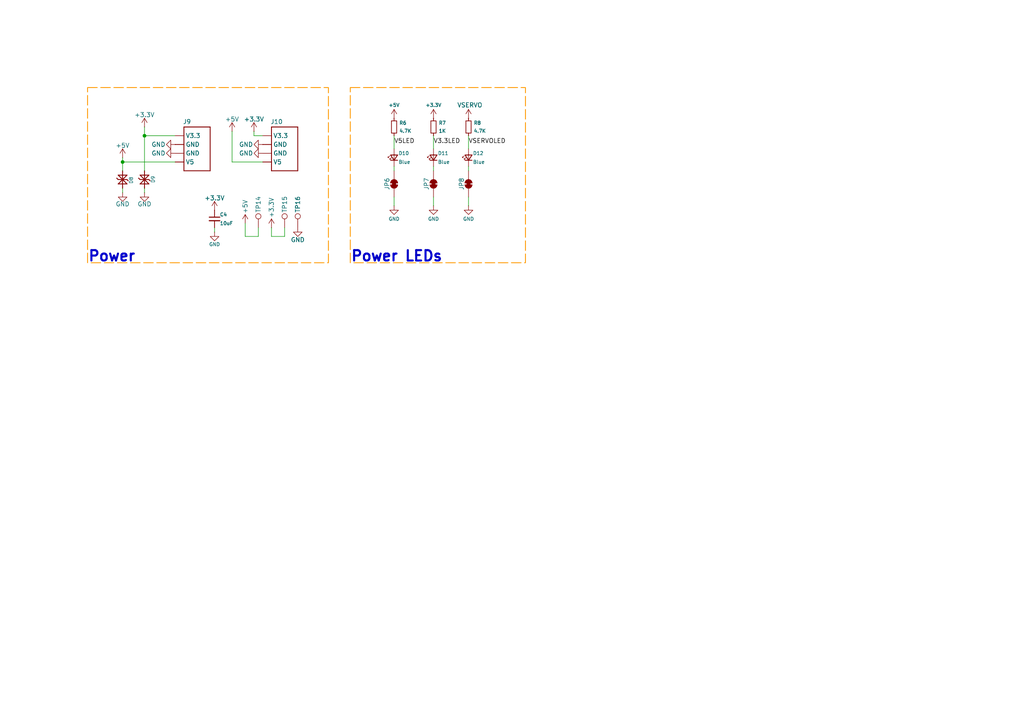
<source format=kicad_sch>
(kicad_sch (version 20250114) (generator "eeschema") (generator_version "9.0")
  (paper "A4")
  (title_block (title "Relay Module") (date "2025-03-22") (rev "1.0") (company "CRG Makes") (comment 1 "Aquarius"))
  (lib_symbols
    (symbol "CRGM Connector:AQ_POWER"
      (property "Reference" "J" (at 0 2.794 0))
      (symbol "AQ_POWER_1_0"
        (polyline (pts (xy 0 2.54) (xy 7.62 2.54)) (stroke (width 0.254)))
        (polyline (pts (xy 0 -10.16) (xy 0 2.54)) (stroke (width 0.254)))
        (polyline (pts (xy 7.62 2.54) (xy 7.62 -10.16)) (stroke (width 0.254)))
        (polyline (pts (xy 7.62 -10.16) (xy 0 -10.16)) (stroke (width 0.254)))
        (pin passive line (at -2.54 0 0) (length 2.54) (name "V3.3") (number "4"))
        (pin passive line (at -2.54 -2.54 0) (length 2.54) (name "GND") (number "3"))
        (pin passive line (at -2.54 -5.08 0) (length 2.54) (name "GND") (number "2"))
        (pin passive line (at -2.54 -7.62 0) (length 2.54) (name "V5") (number "1"))
      )
    )
    (symbol "CRGM Connector:TestPoint" (pin_numbers (hide yes)) (pin_names (offset 0.762) (hide yes))
      (property "Reference" "TP" (at 0 5.08 0))
      (symbol "TestPoint_0_1"
        (circle (center 0 3.302) (radius 0.762))
      )
      (symbol "TestPoint_1_1"
        (pin passive line (at 0 0 90) (length 2.54) (name "1") (number "1"))
      )
    )
    (symbol "CRGM Passive:PESD3V3S1BL"
      (property "Reference" "D" (at -1.524 1.524 0))
      (symbol "PESD3V3S1BL_1_0"
        (polyline (pts (xy -2.54 0) (xy 2.54 0)) (stroke (width 0.254)))
        (polyline (pts (xy -1.27 1.27) (xy -0.0101 0.0101)) (stroke (width 0.254)))
        (polyline (pts (xy -1.27 -1.27) (xy -1.27 1.27)) (stroke (width 0.254)))
        (polyline (pts (xy -0.3445 -1.6043) (xy -0.3573 -1.6043)) (stroke (width 0.254)))
        (polyline (pts (xy -0.0101 1.2955) (xy -0.0101 -1.27)) (stroke (width 0.254)))
        (polyline (pts (xy -0.0101 1.2955) (xy 0.3778 1.6835)) (stroke (width 0.254)))
        (polyline (pts (xy -0.0101 0.0101) (xy -0.0101 -0.0101)) (stroke (width 0.254)))
        (polyline (pts (xy -0.0101 -0.0101) (xy -1.27 -1.27)) (stroke (width 0.254)))
        (polyline (pts (xy -0.0101 -1.27) (xy -0.3445 -1.6043)) (stroke (width 0.254)))
        (polyline (pts (xy 0.0101 0.0101) (xy 0.0101 -0.0101)) (stroke (width 0.254)))
        (polyline (pts (xy 0.0101 -0.0101) (xy 1.27 -1.27)) (stroke (width 0.254)))
        (polyline (pts (xy 0.3778 1.6835) (xy 0.3981 1.6835)) (stroke (width 0.254)))
        (polyline (pts (xy 1.27 1.27) (xy 0.0101 0.0101)) (stroke (width 0.254)))
        (polyline (pts (xy 1.27 -1.27) (xy 1.27 1.27)) (stroke (width 0.254)))
        (pin passive line (at -2.54 0 0) (length 0) (name "K1") (number "1"))
        (pin passive line (at 2.54 0 180) (length 0) (name "K2") (number "2"))
      )
    )
    (symbol "CRGM Passive:PESD5V5C1BLYL"
      (property "Reference" "D" (at -1.524 1.524 0))
      (symbol "PESD5V5C1BLYL_1_0"
        (polyline (pts (xy -2.54 0) (xy 2.54 0)) (stroke (width 0.254)))
        (polyline (pts (xy -1.27 1.27) (xy -0.0101 0.0101)) (stroke (width 0.254)))
        (polyline (pts (xy -1.27 -1.27) (xy -1.27 1.27)) (stroke (width 0.254)))
        (polyline (pts (xy -0.3445 -1.6043) (xy -0.3573 -1.6043)) (stroke (width 0.254)))
        (polyline (pts (xy -0.0101 1.2955) (xy -0.0101 -1.27)) (stroke (width 0.254)))
        (polyline (pts (xy -0.0101 1.2955) (xy 0.3778 1.6835)) (stroke (width 0.254)))
        (polyline (pts (xy -0.0101 0.0101) (xy -0.0101 -0.0101)) (stroke (width 0.254)))
        (polyline (pts (xy -0.0101 -0.0101) (xy -1.27 -1.27)) (stroke (width 0.254)))
        (polyline (pts (xy -0.0101 -1.27) (xy -0.3445 -1.6043)) (stroke (width 0.254)))
        (polyline (pts (xy 0.0101 0.0101) (xy 0.0101 -0.0101)) (stroke (width 0.254)))
        (polyline (pts (xy 0.0101 -0.0101) (xy 1.27 -1.27)) (stroke (width 0.254)))
        (polyline (pts (xy 0.3778 1.6835) (xy 0.3981 1.6835)) (stroke (width 0.254)))
        (polyline (pts (xy 1.27 1.27) (xy 0.0101 0.0101)) (stroke (width 0.254)))
        (polyline (pts (xy 1.27 -1.27) (xy 1.27 1.27)) (stroke (width 0.254)))
        (pin passive line (at -2.54 0 0) (length 0) (name "K1") (number "1"))
        (pin passive line (at 2.54 0 180) (length 0) (name "K2") (number "2"))
      )
    )
    (symbol "Device:C_Small" (pin_numbers (hide yes)) (pin_names (offset 0.254) (hide yes))
      (property "Reference" "C" (at 0.254 1.778 0))
      (property "Value" "C_Small" (at 0.254 -2.032 0))
      (symbol "C_Small_0_1"
        (polyline (pts (xy -1.524 0.508) (xy 1.524 0.508)) (stroke (width 0.3048)))
        (polyline (pts (xy -1.524 -0.508) (xy 1.524 -0.508)) (stroke (width 0.3302)))
      )
      (symbol "C_Small_1_1"
        (pin passive line (at 0 2.54 270) (length 2.032) (name "~") (number "1"))
        (pin passive line (at 0 -2.54 90) (length 2.032) (name "~") (number "2"))
      )
    )
    (symbol "Device:LED_Small" (pin_numbers (hide yes)) (pin_names (offset 0.254) (hide yes))
      (property "Reference" "D" (at -1.27 3.175 0))
      (property "Value" "LED_Small" (at -4.445 -2.54 0))
      (symbol "LED_Small_0_1"
        (polyline (pts (xy -0.762 -1.016) (xy -0.762 1.016)) (stroke (width 0.254)))
        (polyline (pts (xy 0 0.762) (xy -0.508 1.27) (xy -0.254 1.27) (xy -0.508 1.27) (xy -0.508 1.016)))
        (polyline (pts (xy 0.508 1.27) (xy 0 1.778) (xy 0.254 1.778) (xy 0 1.778) (xy 0 1.524)))
        (polyline (pts (xy 0.762 -1.016) (xy -0.762 0) (xy 0.762 1.016) (xy 0.762 -1.016)) (stroke (width 0.254)))
        (polyline (pts (xy 1.016 0) (xy -0.762 0)))
      )
      (symbol "LED_Small_1_1"
        (pin passive line (at -2.54 0 0) (length 1.778) (name "K") (number "1"))
        (pin passive line (at 2.54 0 180) (length 1.778) (name "A") (number "2"))
      )
    )
    (symbol "Device:R_Small" (pin_numbers (hide yes)) (pin_names (offset 0.254) (hide yes))
      (property "Reference" "R" (at 0 0 90))
      (property "Value" "R_Small" (at 1.778 0 90))
      (symbol "R_Small_0_1"
        (rectangle (start -0.762 1.778) (end 0.762 -1.778) (stroke (width 0.2032)))
      )
      (symbol "R_Small_1_1"
        (pin passive line (at 0 2.54 270) (length 0.762) (name "~") (number "1"))
        (pin passive line (at 0 -2.54 90) (length 0.762) (name "~") (number "2"))
      )
    )
    (symbol "Jumper:SolderJumper_2_Bridged" (pin_numbers (hide yes)) (pin_names (offset 0) (hide yes)) (in_bom no)
      (property "Reference" "JP" (at 0 2.032 0))
      (property "Value" "SolderJumper_2_Bridged" (at 0 -2.54 0))
      (symbol "SolderJumper_2_Bridged_0_1"
        (rectangle (start -0.508 0.508) (end 0.508 -0.508) (fill (type outline)))
        (polyline (pts (xy -0.254 1.016) (xy -0.254 -1.016)))
        (arc (start -0.254 -1.016) (mid -1.2656 0) (end -0.254 1.016))
        (arc (start -0.254 -1.016) (mid -1.2656 0) (end -0.254 1.016) (fill (type outline)))
        (arc (start 0.254 1.016) (mid 1.2656 0) (end 0.254 -1.016))
        (arc (start 0.254 1.016) (mid 1.2656 0) (end 0.254 -1.016) (fill (type outline)))
        (polyline (pts (xy 0.254 1.016) (xy 0.254 -1.016)))
      )
      (symbol "SolderJumper_2_Bridged_1_1"
        (pin passive line (at -3.81 0 0) (length 2.54) (name "A") (number "1"))
        (pin passive line (at 3.81 0 180) (length 2.54) (name "B") (number "2"))
      )
    )
    (symbol "power:+3.3V" (power) (pin_numbers (hide yes)) (pin_names (offset 0) (hide yes))
      (property "Value" "+3.3V" (at 0 3.556 0))
      (symbol "+3.3V_0_1"
        (polyline (pts (xy -0.762 1.27) (xy 0 2.54)))
        (polyline (pts (xy 0 2.54) (xy 0.762 1.27)))
        (polyline (pts (xy 0 0) (xy 0 2.54)))
      )
      (symbol "+3.3V_1_1"
        (pin power_in line (at 0 0 90) (length 0) (name "~") (number "1"))
      )
    )
    (symbol "power:+5V" (power) (pin_numbers (hide yes)) (pin_names (offset 0) (hide yes))
      (property "Value" "+5V" (at 0 3.556 0))
      (symbol "+5V_0_1"
        (polyline (pts (xy -0.762 1.27) (xy 0 2.54)))
        (polyline (pts (xy 0 2.54) (xy 0.762 1.27)))
        (polyline (pts (xy 0 0) (xy 0 2.54)))
      )
      (symbol "+5V_1_1"
        (pin power_in line (at 0 0 90) (length 0) (name "~") (number "1"))
      )
    )
    (symbol "power:GND" (power) (pin_numbers (hide yes)) (pin_names (offset 0) (hide yes))
      (property "Value" "GND" (at 0 -3.81 0))
      (symbol "GND_0_1"
        (polyline (pts (xy 0 0) (xy 0 -1.27) (xy 1.27 -1.27) (xy 0 -2.54) (xy -1.27 -1.27) (xy 0 -1.27)))
      )
      (symbol "GND_1_1"
        (pin power_in line (at 0 0 270) (length 0) (name "~") (number "1"))
      )
    )
  )
  (rectangle (start 101.6 25.4) (end 152.4 76.2) (stroke (width 0.254) (type dash) (color 255 153 0 1)))
  (rectangle (start 25.4 25.4) (end 95.25 76.2) (stroke (width 0.254) (type dash) (color 255 153 0 1)))
  (text "Power" (at 25.4 76.2 0) (effects (font (size 3 3) (thickness 0.6) (bold yes)) (justify left bottom)))
  (text "Power LEDs" (at 101.6 76.2 0) (effects (font (size 3 3) (thickness 0.6) (bold yes)) (justify left bottom)))
  (junction (at 41.91 39.37))
  (junction (at 35.56 46.99))
  (wire (pts (xy 114.3 49.53) (xy 114.3 48.26)))
  (wire (pts (xy 67.31 46.99) (xy 67.31 38.1)))
  (wire (pts (xy 71.12 68.58) (xy 74.93 68.58)))
  (wire (pts (xy 71.12 68.58) (xy 71.12 64.77)))
  (wire (pts (xy 82.55 66.04) (xy 82.55 68.58)))
  (wire (pts (xy 76.2 46.99) (xy 67.31 46.99)))
  (wire (pts (xy 78.74 66.04) (xy 78.74 68.58)))
  (wire (pts (xy 82.55 68.58) (xy 78.74 68.58)))
  (wire (pts (xy 76.2 39.37) (xy 73.66 39.37)))
  (wire (pts (xy 74.93 68.58) (xy 74.93 66.04)))
  (wire (pts (xy 41.91 39.37) (xy 41.91 36.83)))
  (wire (pts (xy 114.3 43.18) (xy 114.3 39.37)))
  (wire (pts (xy 135.89 49.53) (xy 135.89 48.26)))
  (wire (pts (xy 35.56 54.61) (xy 35.56 55.88)))
  (wire (pts (xy 125.73 49.53) (xy 125.73 48.26)))
  (wire (pts (xy 41.91 55.88) (xy 41.91 54.61)))
  (wire (pts (xy 41.91 39.37) (xy 50.8 39.37)))
  (wire (pts (xy 125.73 43.18) (xy 125.73 39.37)))
  (wire (pts (xy 41.91 39.37) (xy 41.91 49.53)))
  (wire (pts (xy 62.23 67.31) (xy 62.23 66.04)))
  (wire (pts (xy 35.56 46.99) (xy 50.8 46.99)))
  (wire (pts (xy 35.56 45.72) (xy 35.56 46.99)))
  (wire (pts (xy 35.56 46.99) (xy 35.56 49.53)))
  (wire (pts (xy 73.66 39.37) (xy 73.66 38.1)))
  (wire (pts (xy 125.73 59.69) (xy 125.73 57.15)))
  (wire (pts (xy 114.3 59.69) (xy 114.3 57.15)))
  (wire (pts (xy 135.89 59.69) (xy 135.89 57.15)))
  (wire (pts (xy 135.89 43.18) (xy 135.89 39.37)))
  (label "V3.3LED" (at 125.73 41.91 0))
  (label "VSERVOLED" (at 135.89 41.91 0))
  (label "V5LED" (at 114.3 41.91 0))
  (symbol (lib_id "Jumper:SolderJumper_2_Bridged") (at 125.73 53.34 90) (unit 1) (in_bom no)
    (property "Reference" "JP7" (at 123.698 53.34 0))
    (property "Footprint" "CRGM Connector:SolderJumper-2_P1.3mm_Bridged_RoundedPad1.0x1.5mm" (effects (hide yes)))
    (property "Description" "Solder Jumper, 2-pole, closed/bridged" (effects (hide yes)))
  )
  (symbol (lib_id "Jumper:SolderJumper_2_Bridged") (at 135.89 53.34 90) (unit 1) (in_bom no)
    (property "Reference" "JP8" (at 133.858 53.34 0))
    (property "Footprint" "CRGM Connector:SolderJumper-2_P1.3mm_Bridged_RoundedPad1.0x1.5mm" (effects (hide yes)))
    (property "Description" "Solder Jumper, 2-pole, closed/bridged" (effects (hide yes)))
  )
  (symbol (lib_id "Device:R_Small") (at 135.89 36.83 0) (unit 1)
    (property "Reference" "R8" (at 137.3886 35.6616 0) (effects (font (size 1 1)) (justify left)))
    (property "Value" "4.7K" (at 137.3886 37.973 0) (effects (font (size 1 1)) (justify left)))
    (property "Footprint" "CRGM Passive:R_0603_1608Metric" (effects (hide yes)))
    (property "Datasheet" "https://www.vishay.com/docs/28773/crcwce3.pdf" (effects (hide yes)))
    (property "Description" "Thick Film Resistors - SMD 1/10Watt 4.7Kohms 5% Commercial Use" (effects (hide yes)))
    (property "MN" "FOJAN " (effects (hide yes)))
    (property "MPN" "FRC0603J472 TS" (effects (hide yes)))
    (property "Mouser" "71-CRCW06034K70JNEAC" (effects (hide yes)))
    (property "Digikey" "541-3993-2-ND" (effects (hide yes)))
    (property "LCSC" "C2907166" (effects (hide yes)))
    (property "Tolerance" "5%" (effects (hide yes)))
  )
  (symbol (lib_id "power:GND") (at 135.89 59.69 0) (unit 1)
    (property "Reference" "#PWR056" (effects (hide yes)))
    (property "Value" "GND" (at 135.89 63.5 0) (effects (font (size 1 1))))
    (property "Description" "Power symbol creates a global label with name \"GND\" , ground" (effects (hide yes)))
  )
  (symbol (lib_id "power:+3.3V") (at 78.74 66.04 0) (unit 1)
    (property "Reference" "#PWR049" (effects (hide yes)))
    (property "Value" "+3.3V" (at 78.74 60.198 90))
    (property "Description" "Power symbol creates a global label with name \"+3.3V\"" (effects (hide yes)))
  )
  (symbol (lib_id "power:+5V") (at 114.3 34.29 0) (unit 1)
    (property "Reference" "#PWR051" (effects (hide yes)))
    (property "Value" "+5V" (at 114.3 30.48 0) (effects (font (size 1 1))))
  )
  (symbol (lib_id "Device:LED_Small") (at 114.3 45.72 90) (unit 1)
    (property "Reference" "D10" (at 115.57 44.45 90) (effects (font (size 1 1)) (justify right)))
    (property "Value" "Blue" (at 115.57 46.99 90) (effects (font (size 1 1)) (justify right)))
    (property "Footprint" "CRGM Passive:LED_0603_1608Metric" (effects (hide yes)))
    (property "Datasheet" "https://optoelectronics.liteon.com/upload/download/DS-22-99-0224/LTST-C190TBKT.PDF" (effects (hide yes)))
    (property "Description" "Blue 120° 3.3V 300mcd 470nm 70mW 0603" (effects (hide yes)))
    (property "MN" "XINGLIGHT" (effects (hide yes)))
    (property "MPN" "XL-1608UBC-04" (effects (hide yes)))
    (property "Mouser" "859-LTST-C190TBKT" (effects (hide yes)))
    (property "Digikey" "5962-XL-1608UBC-04TR-ND" (effects (hide yes)))
    (property "LCSC" "C965807" (effects (hide yes)))
  )
  (symbol (lib_id "power:GND") (at 114.3 59.69 0) (unit 1)
    (property "Reference" "#PWR052" (effects (hide yes)))
    (property "Value" "GND" (at 114.3 63.5 0) (effects (font (size 1 1))))
    (property "Description" "Power symbol creates a global label with name \"GND\" , ground" (effects (hide yes)))
  )
  (symbol (lib_id "CRGM Connector:AQ_POWER") (at 78.74 39.37 0) (unit 1)
    (property "Reference" "J10" (at 78.486 35.306 0) (effects (font (thickness 0.125)) (justify left)))
    (property "Footprint" "CRGM Connector:JST_SH_SM04B-SRSS-TB_1x04-1MP_P1.00mm_Horizontal" (effects (hide yes)))
    (property "Datasheet" "https://www.jst-mfg.com/product/pdf/eng/eSH.pdf" (effects (hide yes)))
    (property "Description" "4 Position, 1mm pitch" (effects (hide yes)))
    (property "MN" "JST" (effects (hide yes)))
    (property "MPN" "SM04B-SRSS-TBT(LF)(SN)" (effects (hide yes)))
    (property "LCSC" "C2763614" (effects (hide yes)))
    (property "Mouser" "306-SM04BSRSSTBTLFSN" (effects (hide yes)))
    (property "Digikey" "455-SM04B-SRSS-TBTR-ND" (effects (hide yes)))
  )
  (symbol (lib_id "power:GND") (at 35.56 55.88 0) (unit 1)
    (property "Reference" "#PWR037" (effects (hide yes)))
    (property "Value" "GND" (at 35.56 59.182 0))
    (property "Description" "Power symbol creates a global label with name \"GND\" , ground" (effects (hide yes)))
  )
  (symbol (lib_id "power:+3.3V") (at 62.23 60.96 0) (unit 1)
    (property "Reference" "#PWR042" (effects (hide yes)))
    (property "Value" "+3.3V" (at 62.23 58.166 0) (effects (justify bottom)))
    (property "Description" "Power symbol creates a global label with name \"+3.3V\"" (effects (hide yes)))
  )
  (symbol (lib_id "power:GND") (at 76.2 44.45 270) (unit 1)
    (property "Reference" "#PWR048" (effects (hide yes)))
    (property "Value" "GND" (at 73.406 44.45 90) (effects (justify right)))
    (property "Description" "Power symbol creates a global label with name \"GND\" , ground" (effects (hide yes)))
  )
  (symbol (lib_id "power:GND") (at 41.91 55.88 0) (unit 1)
    (property "Reference" "#PWR039" (effects (hide yes)))
    (property "Value" "GND" (at 41.91 59.182 0))
    (property "Description" "Power symbol creates a global label with name \"GND\" , ground" (effects (hide yes)))
  )
  (symbol (lib_id "power:+3.3V") (at 125.73 34.29 0) (unit 1)
    (property "Reference" "#PWR053" (effects (hide yes)))
    (property "Value" "+3.3V" (at 125.73 30.48 0) (effects (font (size 1 1))))
  )
  (symbol (lib_id "Jumper:SolderJumper_2_Bridged") (at 114.3 53.34 90) (unit 1) (in_bom no)
    (property "Reference" "JP6" (at 112.268 53.34 0))
    (property "Footprint" "CRGM Connector:SolderJumper-2_P1.3mm_Bridged_RoundedPad1.0x1.5mm" (effects (hide yes)))
    (property "Description" "Solder Jumper, 2-pole, closed/bridged" (effects (hide yes)))
  )
  (symbol (lib_id "Device:R_Small") (at 114.3 36.83 0) (unit 1)
    (property "Reference" "R6" (at 115.7986 35.6616 0) (effects (font (size 1 1)) (justify left)))
    (property "Value" "4.7K" (at 115.7986 37.973 0) (effects (font (size 1 1)) (justify left)))
    (property "Footprint" "CRGM Passive:R_0603_1608Metric" (effects (hide yes)))
    (property "Datasheet" "https://www.vishay.com/docs/28773/crcwce3.pdf" (effects (hide yes)))
    (property "Description" "Thick Film Resistors - SMD 1/10Watt 4.7Kohms 5% Commercial Use" (effects (hide yes)))
    (property "MN" "FOJAN " (effects (hide yes)))
    (property "MPN" "FRC0603J472 TS" (effects (hide yes)))
    (property "Mouser" "71-CRCW06034K70JNEAC" (effects (hide yes)))
    (property "Digikey" "541-3993-2-ND" (effects (hide yes)))
    (property "LCSC" "C2907166" (effects (hide yes)))
    (property "Tolerance" "5%" (effects (hide yes)))
  )
  (symbol (lib_id "power:+3.3V") (at 73.66 38.1 0) (unit 1)
    (property "Reference" "#PWR046" (effects (hide yes)))
    (property "Value" "+3.3V" (at 73.66 35.306 0) (effects (justify bottom)))
    (property "Description" "Power symbol creates a global label with name \"+3.3V\"" (effects (hide yes)))
  )
  (symbol (lib_id "power:GND") (at 76.2 41.91 270) (unit 1)
    (property "Reference" "#PWR047" (effects (hide yes)))
    (property "Value" "GND" (at 73.406 41.91 90) (effects (justify right)))
    (property "Description" "Power symbol creates a global label with name \"GND\" , ground" (effects (hide yes)))
  )
  (symbol (lib_id "power:GND") (at 62.23 67.31 0) (unit 1)
    (property "Reference" "#PWR043" (effects (hide yes)))
    (property "Value" "GND" (at 62.23 70.866 0) (effects (font (size 1 1))))
    (property "Description" "Power symbol creates a global label with name \"GND\" , ground" (effects (hide yes)))
  )
  (symbol (lib_id "CRGM Connector:TestPoint") (at 82.55 66.04 0) (unit 1) (in_bom no)
    (property "Reference" "TP15" (at 82.55 61.722 90) (effects (justify left)))
    (property "Footprint" "CRGM Mechanical:TestPoint_Pad_D1.0mm" (effects (hide yes)))
    (property "Description" "Test Point D1.0mm" (effects (hide yes)))
  )
  (symbol (lib_id "power:+5V") (at 67.31 38.1 0) (unit 1)
    (property "Reference" "#PWR044" (effects (hide yes)))
    (property "Value" "+5V" (at 67.31 35.306 0) (effects (justify bottom)))
    (property "Description" "Power symbol creates a global label with name \"+5V\"" (effects (hide yes)))
  )
  (symbol (lib_id "Device:LED_Small") (at 135.89 45.72 90) (unit 1)
    (property "Reference" "D12" (at 137.16 44.45 90) (effects (font (size 1 1)) (justify right)))
    (property "Value" "Blue" (at 137.16 46.99 90) (effects (font (size 1 1)) (justify right)))
    (property "Footprint" "CRGM Passive:LED_0603_1608Metric" (effects (hide yes)))
    (property "Datasheet" "https://optoelectronics.liteon.com/upload/download/DS-22-99-0224/LTST-C190TBKT.PDF" (effects (hide yes)))
    (property "Description" "Blue 120° 3.3V 300mcd 470nm 70mW 0603" (effects (hide yes)))
    (property "MN" "XINGLIGHT" (effects (hide yes)))
    (property "MPN" "XL-1608UBC-04" (effects (hide yes)))
    (property "Mouser" "859-LTST-C190TBKT" (effects (hide yes)))
    (property "Digikey" "5962-XL-1608UBC-04TR-ND" (effects (hide yes)))
    (property "LCSC" "C965807" (effects (hide yes)))
  )
  (symbol (lib_id "power:+5V") (at 71.12 64.77 0) (unit 1)
    (property "Reference" "#PWR045" (effects (hide yes)))
    (property "Value" "+5V" (at 71.12 61.976 90) (effects (justify left)))
    (property "Description" "Power symbol creates a global label with name \"+5V\"" (effects (hide yes)))
  )
  (symbol (lib_id "power:+5V") (at 35.56 45.72 0) (unit 1)
    (property "Reference" "#PWR036" (effects (hide yes)))
    (property "Value" "+5V" (at 35.56 42.926 0) (effects (justify bottom)))
    (property "Description" "Power symbol creates a global label with name \"+5V\"" (effects (hide yes)))
  )
  (symbol (lib_id "power:GND") (at 50.8 44.45 270) (unit 1)
    (property "Reference" "#PWR041" (effects (hide yes)))
    (property "Value" "GND" (at 48.006 44.45 90) (effects (justify right)))
    (property "Description" "Power symbol creates a global label with name \"GND\" , ground" (effects (hide yes)))
  )
  (symbol (lib_id "CRGM Connector:TestPoint") (at 74.93 66.04 0) (unit 1) (in_bom no)
    (property "Reference" "TP14" (at 74.93 61.722 90) (effects (justify left)))
    (property "Footprint" "CRGM Mechanical:TestPoint_Pad_D1.0mm" (effects (hide yes)))
    (property "Description" "Test Point D1.0mm" (effects (hide yes)))
  )
  (symbol (lib_id "CRGM Passive:PESD5V5C1BLYL") (at 35.56 52.07 90) (unit 1)
    (property "Reference" "D8" (at 38.608 53.34 0) (effects (font (size 1 1) (thickness 0.125)) (justify left bottom)))
    (property "Value" "PESD5V5C1BL" (effects (hide yes)))
    (property "Footprint" "CRGM Passive:DFN1006-2" (effects (hide yes)))
    (property "Datasheet" "https://assets.nexperia.com/documents/data-sheet/PESD5V5C1BL.pdf" (effects (hide yes)))
    (property "Description" "TVS DIODE Vrwm=5.5v Vcl=5.4v Ippm=6.5A DFN10062" (effects (hide yes)))
    (property "LCSC" "C2827636" (effects (hide yes)))
    (property "Mouser" "771-PESD5V5C1BLYL" (effects (hide yes)))
    (property "Digikey" "1727-PESD5V5C1BLYLTR-ND" (effects (hide yes)))
    (property "MN" "TECH PUBLIC" (effects (hide yes)))
    (property "MPN" "TPSP3022-01ETG" (effects (hide yes)))
  )
  (symbol (lib_id "Device:LED_Small") (at 125.73 45.72 90) (unit 1)
    (property "Reference" "D11" (at 127 44.45 90) (effects (font (size 1 1)) (justify right)))
    (property "Value" "Blue" (at 127 46.99 90) (effects (font (size 1 1)) (justify right)))
    (property "Footprint" "CRGM Passive:LED_0603_1608Metric" (effects (hide yes)))
    (property "Datasheet" "https://optoelectronics.liteon.com/upload/download/DS-22-99-0224/LTST-C190TBKT.PDF" (effects (hide yes)))
    (property "Description" "Blue 120° 3.3V 300mcd 470nm 70mW 0603" (effects (hide yes)))
    (property "MN" "XINGLIGHT" (effects (hide yes)))
    (property "MPN" "XL-1608UBC-04" (effects (hide yes)))
    (property "Mouser" "859-LTST-C190TBKT" (effects (hide yes)))
    (property "Digikey" "5962-XL-1608UBC-04TR-ND" (effects (hide yes)))
    (property "LCSC" "C965807" (effects (hide yes)))
  )
  (symbol (lib_id "CRGM Connector:TestPoint") (at 86.36 66.04 0) (unit 1) (in_bom no)
    (property "Reference" "TP16" (at 86.36 61.722 90) (effects (justify left)))
    (property "Footprint" "CRGM Mechanical:TestPoint_Pad_D1.0mm" (effects (hide yes)))
    (property "Description" "Test Point D1.0mm" (effects (hide yes)))
  )
  (symbol (lib_id "power:+3.3V") (at 41.91 36.83 0) (unit 1)
    (property "Reference" "#PWR038" (effects (hide yes)))
    (property "Value" "+3.3V" (at 41.91 34.036 0) (effects (justify bottom)))
    (property "Description" "Power symbol creates a global label with name \"+3.3V\"" (effects (hide yes)))
  )
  (symbol (lib_id "CRGM Passive:PESD3V3S1BL") (at 41.91 52.07 90) (unit 1)
    (property "Reference" "D9" (at 44.958 53.086 0) (effects (font (size 1 1) (thickness 0.125)) (justify left bottom)))
    (property "Value" "PESD3V3S1BL" (effects (hide yes)))
    (property "Footprint" "CRGM Passive:DFN1006-2" (effects (hide yes)))
    (property "Datasheet" "https://www.nexperia.com/product/PESD3V3S1BL" (effects (hide yes)))
    (property "Description" "PESD3V3S1BL - Low capacitance bidirectional ESD protection diode\nVrwm=3.3v\nSource: https://assets.nexperia.com/documents/data-sheet/PESD3V3S1BL.pdf  Datasheet\nJLCPCB - C552521  Alternate https://jlcpcb.com/partdetail/DiodesIncorporated-DESD3V3S1BL7B/C500765 DESD3V3S1BL\nJLCPCB - C500765\nhttps://jlcpcb.com/partdetail/Fuxinsemi-LESD8D33CAT5G/C5563754 LESD8D3.3CAT5G\nJLCPCB - C5563754" (effects (hide yes)))
    (property "LCSC" "C5563754" (effects (hide yes)))
    (property "Digikey" "1727-PESD3V3S1BLYLTR-ND" (effects (hide yes)))
    (property "Mouser" "621-DESD3V3S1BL-7B" (effects (hide yes)))
    (property "MN" "FUXINSEMI" (effects (hide yes)))
    (property "MPN" "LESD8D3.3CAT5G" (effects (hide yes)))
  )
  (symbol (lib_id "power:+5V") (at 135.89 34.29 0) (unit 1)
    (property "Reference" "#PWR055" (effects (hide yes)))
    (property "Value" "VSERVO" (at 132.588 30.48 0) (effects (justify left)))
    (property "Description" "Power symbol creates a global label with name \"+5V\"" (effects (hide yes)))
  )
  (symbol (lib_id "Device:C_Small") (at 62.23 63.5 0) (unit 1)
    (property "Reference" "C4" (at 63.754 62.23 0) (effects (font (size 1 1)) (justify left)))
    (property "Value" "10uF" (at 63.754 64.77 0) (effects (font (size 1 1)) (justify left)))
    (property "Footprint" "CRGM Passive:C_0603_1608Metric" (effects (hide yes)))
    (property "Datasheet" "https://mm.digikey.com/Volume0/opasdata/d220001/medias/docus/43/CL10A106MO8NQNC_Spec.pdf" (effects (hide yes)))
    (property "Description" "CAP CER 10uF 16V X5R 0603" (effects (hide yes)))
    (property "MN" "Samsung" (effects (hide yes)))
    (property "MPN" "CL10A106MO8NQNC" (effects (hide yes)))
    (property "Mouser" "187-CL10A106MO8NQNC" (effects (hide yes)))
    (property "Digikey" "1276-1870-2-ND" (effects (hide yes)))
    (property "LCSC" "C92487" (effects (hide yes)))
    (property "Tolerance" "20%" (effects (hide yes)))
  )
  (symbol (lib_id "Device:R_Small") (at 125.73 36.83 0) (unit 1)
    (property "Reference" "R7" (at 127.2286 35.6616 0) (effects (font (size 1 1)) (justify left)))
    (property "Value" "1K" (at 127.2286 37.973 0) (effects (font (size 1 1)) (justify left)))
    (property "Footprint" "CRGM Passive:R_0603_1608Metric" (effects (hide yes)))
    (property "Datasheet" "https://www.vishay.com/docs/28773/crcwce3.pdf" (effects (hide yes)))
    (property "Description" "Thick Film Resistors - SMD 1/10watt 1.0Kohms 1%" (effects (hide yes)))
    (property "MN" "FOJAN" (effects (hide yes)))
    (property "MPN" "FRC0603J102 TS" (effects (hide yes)))
    (property "Mouser" "71-CRCW06031K00JNEAC" (effects (hide yes)))
    (property "Digikey" "541-3991-2-ND" (effects (hide yes)))
    (property "LCSC" "C2907113" (effects (hide yes)))
    (property "Tolerance" "5%" (effects (hide yes)))
  )
  (symbol (lib_id "CRGM Connector:AQ_POWER") (at 53.34 39.37 0) (unit 1)
    (property "Reference" "J9" (at 53.086 35.306 0) (effects (font (thickness 0.125)) (justify left)))
    (property "Footprint" "CRGM Connector:JST_SH_SM04B-SRSS-TB_1x04-1MP_P1.00mm_Horizontal" (effects (hide yes)))
    (property "Datasheet" "https://www.jst-mfg.com/product/pdf/eng/eSH.pdf" (effects (hide yes)))
    (property "Description" "4 Position, 1mm pitch" (effects (hide yes)))
    (property "MN" "JST" (effects (hide yes)))
    (property "MPN" "SM04B-SRSS-TBT(LF)(SN)" (effects (hide yes)))
    (property "LCSC" "C2763614" (effects (hide yes)))
    (property "Mouser" "306-SM04BSRSSTBTLFSN" (effects (hide yes)))
    (property "Digikey" "455-SM04B-SRSS-TBTR-ND" (effects (hide yes)))
  )
  (symbol (lib_id "power:GND") (at 50.8 41.91 270) (unit 1)
    (property "Reference" "#PWR040" (effects (hide yes)))
    (property "Value" "GND" (at 48.006 41.91 90) (effects (justify right)))
    (property "Description" "Power symbol creates a global label with name \"GND\" , ground" (effects (hide yes)))
  )
  (symbol (lib_id "power:GND") (at 125.73 59.69 0) (unit 1)
    (property "Reference" "#PWR054" (effects (hide yes)))
    (property "Value" "GND" (at 125.73 63.5 0) (effects (font (size 1 1))))
    (property "Description" "Power symbol creates a global label with name \"GND\" , ground" (effects (hide yes)))
  )
  (symbol (lib_id "power:GND") (at 86.36 66.04 0) (unit 1)
    (property "Reference" "#PWR050" (effects (hide yes)))
    (property "Value" "GND" (at 86.36 68.834 0) (effects (justify top)))
    (property "Description" "Power symbol creates a global label with name \"GND\" , ground" (effects (hide yes)))
  )
)
</source>
